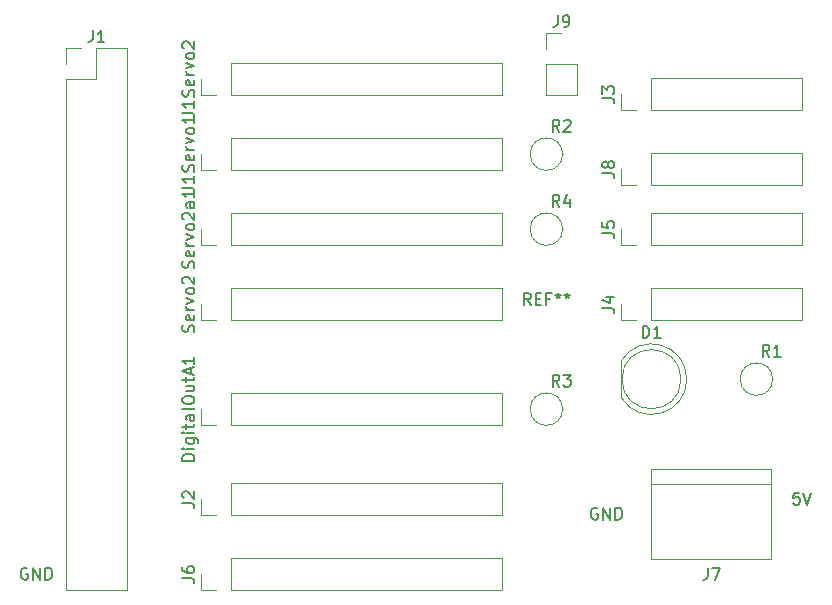
<source format=gbr>
G04 #@! TF.GenerationSoftware,KiCad,Pcbnew,(5.1.2-1)-1*
G04 #@! TF.CreationDate,2019-07-04T15:27:09+10:00*
G04 #@! TF.ProjectId,pcb_combined,7063625f-636f-46d6-9269-6e65642e6b69,rev?*
G04 #@! TF.SameCoordinates,Original*
G04 #@! TF.FileFunction,Legend,Top*
G04 #@! TF.FilePolarity,Positive*
%FSLAX46Y46*%
G04 Gerber Fmt 4.6, Leading zero omitted, Abs format (unit mm)*
G04 Created by KiCad (PCBNEW (5.1.2-1)-1) date 2019-07-04 15:27:09*
%MOMM*%
%LPD*%
G04 APERTURE LIST*
%ADD10C,0.150000*%
%ADD11C,0.120000*%
G04 APERTURE END LIST*
D10*
X88138095Y-70620000D02*
X88042857Y-70572380D01*
X87900000Y-70572380D01*
X87757142Y-70620000D01*
X87661904Y-70715238D01*
X87614285Y-70810476D01*
X87566666Y-71000952D01*
X87566666Y-71143809D01*
X87614285Y-71334285D01*
X87661904Y-71429523D01*
X87757142Y-71524761D01*
X87900000Y-71572380D01*
X87995238Y-71572380D01*
X88138095Y-71524761D01*
X88185714Y-71477142D01*
X88185714Y-71143809D01*
X87995238Y-71143809D01*
X88614285Y-71572380D02*
X88614285Y-70572380D01*
X89185714Y-71572380D01*
X89185714Y-70572380D01*
X89661904Y-71572380D02*
X89661904Y-70572380D01*
X89900000Y-70572380D01*
X90042857Y-70620000D01*
X90138095Y-70715238D01*
X90185714Y-70810476D01*
X90233333Y-71000952D01*
X90233333Y-71143809D01*
X90185714Y-71334285D01*
X90138095Y-71429523D01*
X90042857Y-71524761D01*
X89900000Y-71572380D01*
X89661904Y-71572380D01*
X39878095Y-75700000D02*
X39782857Y-75652380D01*
X39640000Y-75652380D01*
X39497142Y-75700000D01*
X39401904Y-75795238D01*
X39354285Y-75890476D01*
X39306666Y-76080952D01*
X39306666Y-76223809D01*
X39354285Y-76414285D01*
X39401904Y-76509523D01*
X39497142Y-76604761D01*
X39640000Y-76652380D01*
X39735238Y-76652380D01*
X39878095Y-76604761D01*
X39925714Y-76557142D01*
X39925714Y-76223809D01*
X39735238Y-76223809D01*
X40354285Y-76652380D02*
X40354285Y-75652380D01*
X40925714Y-76652380D01*
X40925714Y-75652380D01*
X41401904Y-76652380D02*
X41401904Y-75652380D01*
X41640000Y-75652380D01*
X41782857Y-75700000D01*
X41878095Y-75795238D01*
X41925714Y-75890476D01*
X41973333Y-76080952D01*
X41973333Y-76223809D01*
X41925714Y-76414285D01*
X41878095Y-76509523D01*
X41782857Y-76604761D01*
X41640000Y-76652380D01*
X41401904Y-76652380D01*
X105219523Y-69302380D02*
X104743333Y-69302380D01*
X104695714Y-69778571D01*
X104743333Y-69730952D01*
X104838571Y-69683333D01*
X105076666Y-69683333D01*
X105171904Y-69730952D01*
X105219523Y-69778571D01*
X105267142Y-69873809D01*
X105267142Y-70111904D01*
X105219523Y-70207142D01*
X105171904Y-70254761D01*
X105076666Y-70302380D01*
X104838571Y-70302380D01*
X104743333Y-70254761D01*
X104695714Y-70207142D01*
X105552857Y-69302380D02*
X105886190Y-70302380D01*
X106219523Y-69302380D01*
D11*
X83760000Y-30420000D02*
X85090000Y-30420000D01*
X83760000Y-31750000D02*
X83760000Y-30420000D01*
X83760000Y-33020000D02*
X86420000Y-33020000D01*
X86420000Y-33020000D02*
X86420000Y-35620000D01*
X83760000Y-33020000D02*
X83760000Y-35620000D01*
X83760000Y-35620000D02*
X86420000Y-35620000D01*
X85190000Y-46990000D02*
X85260000Y-46990000D01*
X85190000Y-46990000D02*
G75*
G03X85190000Y-46990000I-1370000J0D01*
G01*
X85190000Y-62230000D02*
X85260000Y-62230000D01*
X85190000Y-62230000D02*
G75*
G03X85190000Y-62230000I-1370000J0D01*
G01*
X85190000Y-40640000D02*
X85260000Y-40640000D01*
X85190000Y-40640000D02*
G75*
G03X85190000Y-40640000I-1370000J0D01*
G01*
X90110000Y-48320000D02*
X90110000Y-46990000D01*
X91440000Y-48320000D02*
X90110000Y-48320000D01*
X92710000Y-48320000D02*
X92710000Y-45660000D01*
X92710000Y-45660000D02*
X105470000Y-45660000D01*
X92710000Y-48320000D02*
X105470000Y-48320000D01*
X105470000Y-48320000D02*
X105470000Y-45660000D01*
X90110000Y-54670000D02*
X90110000Y-53340000D01*
X91440000Y-54670000D02*
X90110000Y-54670000D01*
X92710000Y-54670000D02*
X92710000Y-52010000D01*
X92710000Y-52010000D02*
X105470000Y-52010000D01*
X92710000Y-54670000D02*
X105470000Y-54670000D01*
X105470000Y-54670000D02*
X105470000Y-52010000D01*
X54550000Y-77530000D02*
X54550000Y-76200000D01*
X55880000Y-77530000D02*
X54550000Y-77530000D01*
X57150000Y-77530000D02*
X57150000Y-74870000D01*
X57150000Y-74870000D02*
X80070000Y-74870000D01*
X57150000Y-77530000D02*
X80070000Y-77530000D01*
X80070000Y-77530000D02*
X80070000Y-74870000D01*
X54550000Y-71180000D02*
X54550000Y-69850000D01*
X55880000Y-71180000D02*
X54550000Y-71180000D01*
X57150000Y-71180000D02*
X57150000Y-68520000D01*
X57150000Y-68520000D02*
X80070000Y-68520000D01*
X57150000Y-71180000D02*
X80070000Y-71180000D01*
X80070000Y-71180000D02*
X80070000Y-68520000D01*
X54550000Y-54670000D02*
X54550000Y-53340000D01*
X55880000Y-54670000D02*
X54550000Y-54670000D01*
X57150000Y-54670000D02*
X57150000Y-52010000D01*
X57150000Y-52010000D02*
X80070000Y-52010000D01*
X57150000Y-54670000D02*
X80070000Y-54670000D01*
X80070000Y-54670000D02*
X80070000Y-52010000D01*
X54550000Y-41970000D02*
X54550000Y-40640000D01*
X55880000Y-41970000D02*
X54550000Y-41970000D01*
X57150000Y-41970000D02*
X57150000Y-39310000D01*
X57150000Y-39310000D02*
X80070000Y-39310000D01*
X57150000Y-41970000D02*
X80070000Y-41970000D01*
X80070000Y-41970000D02*
X80070000Y-39310000D01*
X102870000Y-67310000D02*
X92710000Y-67310000D01*
X102870000Y-74930000D02*
X102870000Y-67310000D01*
X92710000Y-74930000D02*
X102870000Y-74930000D01*
X92710000Y-67310000D02*
X92710000Y-74930000D01*
X92710000Y-68580000D02*
X102870000Y-68580000D01*
X102970000Y-59690000D02*
X103040000Y-59690000D01*
X102970000Y-59690000D02*
G75*
G03X102970000Y-59690000I-1370000J0D01*
G01*
X90110000Y-43240000D02*
X90110000Y-41910000D01*
X91440000Y-43240000D02*
X90110000Y-43240000D01*
X92710000Y-43240000D02*
X92710000Y-40580000D01*
X92710000Y-40580000D02*
X105470000Y-40580000D01*
X92710000Y-43240000D02*
X105470000Y-43240000D01*
X105470000Y-43240000D02*
X105470000Y-40580000D01*
X90110000Y-36890000D02*
X90110000Y-35560000D01*
X91440000Y-36890000D02*
X90110000Y-36890000D01*
X92710000Y-36890000D02*
X92710000Y-34230000D01*
X92710000Y-34230000D02*
X105470000Y-34230000D01*
X92710000Y-36890000D02*
X105470000Y-36890000D01*
X105470000Y-36890000D02*
X105470000Y-34230000D01*
X54550000Y-48320000D02*
X54550000Y-46990000D01*
X55880000Y-48320000D02*
X54550000Y-48320000D01*
X57150000Y-48320000D02*
X57150000Y-45660000D01*
X57150000Y-45660000D02*
X80070000Y-45660000D01*
X57150000Y-48320000D02*
X80070000Y-48320000D01*
X80070000Y-48320000D02*
X80070000Y-45660000D01*
X54550000Y-63560000D02*
X54550000Y-62230000D01*
X55880000Y-63560000D02*
X54550000Y-63560000D01*
X57150000Y-63560000D02*
X57150000Y-60900000D01*
X57150000Y-60900000D02*
X80070000Y-60900000D01*
X57150000Y-63560000D02*
X80070000Y-63560000D01*
X80070000Y-63560000D02*
X80070000Y-60900000D01*
X43120000Y-31690000D02*
X44450000Y-31690000D01*
X43120000Y-33020000D02*
X43120000Y-31690000D01*
X45720000Y-31690000D02*
X48320000Y-31690000D01*
X45720000Y-34290000D02*
X45720000Y-31690000D01*
X43120000Y-34290000D02*
X45720000Y-34290000D01*
X48320000Y-31690000D02*
X48320000Y-77530000D01*
X43120000Y-34290000D02*
X43120000Y-77530000D01*
X43120000Y-77530000D02*
X48320000Y-77530000D01*
X54550000Y-35620000D02*
X54550000Y-34290000D01*
X55880000Y-35620000D02*
X54550000Y-35620000D01*
X57150000Y-35620000D02*
X57150000Y-32960000D01*
X57150000Y-32960000D02*
X80070000Y-32960000D01*
X57150000Y-35620000D02*
X80070000Y-35620000D01*
X80070000Y-35620000D02*
X80070000Y-32960000D01*
X90150000Y-58145000D02*
X90150000Y-61235000D01*
X95210000Y-59690000D02*
G75*
G03X95210000Y-59690000I-2500000J0D01*
G01*
X95700000Y-59689538D02*
G75*
G02X90150000Y-61234830I-2990000J-462D01*
G01*
X95700000Y-59690462D02*
G75*
G03X90150000Y-58145170I-2990000J462D01*
G01*
D10*
X82486666Y-53402380D02*
X82153333Y-52926190D01*
X81915238Y-53402380D02*
X81915238Y-52402380D01*
X82296190Y-52402380D01*
X82391428Y-52450000D01*
X82439047Y-52497619D01*
X82486666Y-52592857D01*
X82486666Y-52735714D01*
X82439047Y-52830952D01*
X82391428Y-52878571D01*
X82296190Y-52926190D01*
X81915238Y-52926190D01*
X82915238Y-52878571D02*
X83248571Y-52878571D01*
X83391428Y-53402380D02*
X82915238Y-53402380D01*
X82915238Y-52402380D01*
X83391428Y-52402380D01*
X84153333Y-52878571D02*
X83820000Y-52878571D01*
X83820000Y-53402380D02*
X83820000Y-52402380D01*
X84296190Y-52402380D01*
X84820000Y-52402380D02*
X84820000Y-52640476D01*
X84581904Y-52545238D02*
X84820000Y-52640476D01*
X85058095Y-52545238D01*
X84677142Y-52830952D02*
X84820000Y-52640476D01*
X84962857Y-52830952D01*
X85581904Y-52402380D02*
X85581904Y-52640476D01*
X85343809Y-52545238D02*
X85581904Y-52640476D01*
X85820000Y-52545238D01*
X85439047Y-52830952D02*
X85581904Y-52640476D01*
X85724761Y-52830952D01*
X84756666Y-28872380D02*
X84756666Y-29586666D01*
X84709047Y-29729523D01*
X84613809Y-29824761D01*
X84470952Y-29872380D01*
X84375714Y-29872380D01*
X85280476Y-29872380D02*
X85470952Y-29872380D01*
X85566190Y-29824761D01*
X85613809Y-29777142D01*
X85709047Y-29634285D01*
X85756666Y-29443809D01*
X85756666Y-29062857D01*
X85709047Y-28967619D01*
X85661428Y-28920000D01*
X85566190Y-28872380D01*
X85375714Y-28872380D01*
X85280476Y-28920000D01*
X85232857Y-28967619D01*
X85185238Y-29062857D01*
X85185238Y-29300952D01*
X85232857Y-29396190D01*
X85280476Y-29443809D01*
X85375714Y-29491428D01*
X85566190Y-29491428D01*
X85661428Y-29443809D01*
X85709047Y-29396190D01*
X85756666Y-29300952D01*
X84923333Y-45072380D02*
X84590000Y-44596190D01*
X84351904Y-45072380D02*
X84351904Y-44072380D01*
X84732857Y-44072380D01*
X84828095Y-44120000D01*
X84875714Y-44167619D01*
X84923333Y-44262857D01*
X84923333Y-44405714D01*
X84875714Y-44500952D01*
X84828095Y-44548571D01*
X84732857Y-44596190D01*
X84351904Y-44596190D01*
X85780476Y-44405714D02*
X85780476Y-45072380D01*
X85542380Y-44024761D02*
X85304285Y-44739047D01*
X85923333Y-44739047D01*
X84923333Y-60312380D02*
X84590000Y-59836190D01*
X84351904Y-60312380D02*
X84351904Y-59312380D01*
X84732857Y-59312380D01*
X84828095Y-59360000D01*
X84875714Y-59407619D01*
X84923333Y-59502857D01*
X84923333Y-59645714D01*
X84875714Y-59740952D01*
X84828095Y-59788571D01*
X84732857Y-59836190D01*
X84351904Y-59836190D01*
X85256666Y-59312380D02*
X85875714Y-59312380D01*
X85542380Y-59693333D01*
X85685238Y-59693333D01*
X85780476Y-59740952D01*
X85828095Y-59788571D01*
X85875714Y-59883809D01*
X85875714Y-60121904D01*
X85828095Y-60217142D01*
X85780476Y-60264761D01*
X85685238Y-60312380D01*
X85399523Y-60312380D01*
X85304285Y-60264761D01*
X85256666Y-60217142D01*
X84923333Y-38722380D02*
X84590000Y-38246190D01*
X84351904Y-38722380D02*
X84351904Y-37722380D01*
X84732857Y-37722380D01*
X84828095Y-37770000D01*
X84875714Y-37817619D01*
X84923333Y-37912857D01*
X84923333Y-38055714D01*
X84875714Y-38150952D01*
X84828095Y-38198571D01*
X84732857Y-38246190D01*
X84351904Y-38246190D01*
X85304285Y-37817619D02*
X85351904Y-37770000D01*
X85447142Y-37722380D01*
X85685238Y-37722380D01*
X85780476Y-37770000D01*
X85828095Y-37817619D01*
X85875714Y-37912857D01*
X85875714Y-38008095D01*
X85828095Y-38150952D01*
X85256666Y-38722380D01*
X85875714Y-38722380D01*
X88562380Y-47323333D02*
X89276666Y-47323333D01*
X89419523Y-47370952D01*
X89514761Y-47466190D01*
X89562380Y-47609047D01*
X89562380Y-47704285D01*
X88562380Y-46370952D02*
X88562380Y-46847142D01*
X89038571Y-46894761D01*
X88990952Y-46847142D01*
X88943333Y-46751904D01*
X88943333Y-46513809D01*
X88990952Y-46418571D01*
X89038571Y-46370952D01*
X89133809Y-46323333D01*
X89371904Y-46323333D01*
X89467142Y-46370952D01*
X89514761Y-46418571D01*
X89562380Y-46513809D01*
X89562380Y-46751904D01*
X89514761Y-46847142D01*
X89467142Y-46894761D01*
X88562380Y-53673333D02*
X89276666Y-53673333D01*
X89419523Y-53720952D01*
X89514761Y-53816190D01*
X89562380Y-53959047D01*
X89562380Y-54054285D01*
X88895714Y-52768571D02*
X89562380Y-52768571D01*
X88514761Y-53006666D02*
X89229047Y-53244761D01*
X89229047Y-52625714D01*
X53002380Y-76533333D02*
X53716666Y-76533333D01*
X53859523Y-76580952D01*
X53954761Y-76676190D01*
X54002380Y-76819047D01*
X54002380Y-76914285D01*
X53002380Y-75628571D02*
X53002380Y-75819047D01*
X53050000Y-75914285D01*
X53097619Y-75961904D01*
X53240476Y-76057142D01*
X53430952Y-76104761D01*
X53811904Y-76104761D01*
X53907142Y-76057142D01*
X53954761Y-76009523D01*
X54002380Y-75914285D01*
X54002380Y-75723809D01*
X53954761Y-75628571D01*
X53907142Y-75580952D01*
X53811904Y-75533333D01*
X53573809Y-75533333D01*
X53478571Y-75580952D01*
X53430952Y-75628571D01*
X53383333Y-75723809D01*
X53383333Y-75914285D01*
X53430952Y-76009523D01*
X53478571Y-76057142D01*
X53573809Y-76104761D01*
X53002380Y-70183333D02*
X53716666Y-70183333D01*
X53859523Y-70230952D01*
X53954761Y-70326190D01*
X54002380Y-70469047D01*
X54002380Y-70564285D01*
X53097619Y-69754761D02*
X53050000Y-69707142D01*
X53002380Y-69611904D01*
X53002380Y-69373809D01*
X53050000Y-69278571D01*
X53097619Y-69230952D01*
X53192857Y-69183333D01*
X53288095Y-69183333D01*
X53430952Y-69230952D01*
X54002380Y-69802380D01*
X54002380Y-69183333D01*
X53954761Y-55673333D02*
X54002380Y-55530476D01*
X54002380Y-55292380D01*
X53954761Y-55197142D01*
X53907142Y-55149523D01*
X53811904Y-55101904D01*
X53716666Y-55101904D01*
X53621428Y-55149523D01*
X53573809Y-55197142D01*
X53526190Y-55292380D01*
X53478571Y-55482857D01*
X53430952Y-55578095D01*
X53383333Y-55625714D01*
X53288095Y-55673333D01*
X53192857Y-55673333D01*
X53097619Y-55625714D01*
X53050000Y-55578095D01*
X53002380Y-55482857D01*
X53002380Y-55244761D01*
X53050000Y-55101904D01*
X53954761Y-54292380D02*
X54002380Y-54387619D01*
X54002380Y-54578095D01*
X53954761Y-54673333D01*
X53859523Y-54720952D01*
X53478571Y-54720952D01*
X53383333Y-54673333D01*
X53335714Y-54578095D01*
X53335714Y-54387619D01*
X53383333Y-54292380D01*
X53478571Y-54244761D01*
X53573809Y-54244761D01*
X53669047Y-54720952D01*
X54002380Y-53816190D02*
X53335714Y-53816190D01*
X53526190Y-53816190D02*
X53430952Y-53768571D01*
X53383333Y-53720952D01*
X53335714Y-53625714D01*
X53335714Y-53530476D01*
X53335714Y-53292380D02*
X54002380Y-53054285D01*
X53335714Y-52816190D01*
X54002380Y-52292380D02*
X53954761Y-52387619D01*
X53907142Y-52435238D01*
X53811904Y-52482857D01*
X53526190Y-52482857D01*
X53430952Y-52435238D01*
X53383333Y-52387619D01*
X53335714Y-52292380D01*
X53335714Y-52149523D01*
X53383333Y-52054285D01*
X53430952Y-52006666D01*
X53526190Y-51959047D01*
X53811904Y-51959047D01*
X53907142Y-52006666D01*
X53954761Y-52054285D01*
X54002380Y-52149523D01*
X54002380Y-52292380D01*
X53097619Y-51578095D02*
X53050000Y-51530476D01*
X53002380Y-51435238D01*
X53002380Y-51197142D01*
X53050000Y-51101904D01*
X53097619Y-51054285D01*
X53192857Y-51006666D01*
X53288095Y-51006666D01*
X53430952Y-51054285D01*
X54002380Y-51625714D01*
X54002380Y-51006666D01*
X53002380Y-43497142D02*
X53716666Y-43497142D01*
X53859523Y-43544761D01*
X53954761Y-43640000D01*
X54002380Y-43782857D01*
X54002380Y-43878095D01*
X54002380Y-42497142D02*
X54002380Y-43068571D01*
X54002380Y-42782857D02*
X53002380Y-42782857D01*
X53145238Y-42878095D01*
X53240476Y-42973333D01*
X53288095Y-43068571D01*
X53954761Y-42116190D02*
X54002380Y-41973333D01*
X54002380Y-41735238D01*
X53954761Y-41640000D01*
X53907142Y-41592380D01*
X53811904Y-41544761D01*
X53716666Y-41544761D01*
X53621428Y-41592380D01*
X53573809Y-41640000D01*
X53526190Y-41735238D01*
X53478571Y-41925714D01*
X53430952Y-42020952D01*
X53383333Y-42068571D01*
X53288095Y-42116190D01*
X53192857Y-42116190D01*
X53097619Y-42068571D01*
X53050000Y-42020952D01*
X53002380Y-41925714D01*
X53002380Y-41687619D01*
X53050000Y-41544761D01*
X53954761Y-40735238D02*
X54002380Y-40830476D01*
X54002380Y-41020952D01*
X53954761Y-41116190D01*
X53859523Y-41163809D01*
X53478571Y-41163809D01*
X53383333Y-41116190D01*
X53335714Y-41020952D01*
X53335714Y-40830476D01*
X53383333Y-40735238D01*
X53478571Y-40687619D01*
X53573809Y-40687619D01*
X53669047Y-41163809D01*
X54002380Y-40259047D02*
X53335714Y-40259047D01*
X53526190Y-40259047D02*
X53430952Y-40211428D01*
X53383333Y-40163809D01*
X53335714Y-40068571D01*
X53335714Y-39973333D01*
X53335714Y-39735238D02*
X54002380Y-39497142D01*
X53335714Y-39259047D01*
X54002380Y-38735238D02*
X53954761Y-38830476D01*
X53907142Y-38878095D01*
X53811904Y-38925714D01*
X53526190Y-38925714D01*
X53430952Y-38878095D01*
X53383333Y-38830476D01*
X53335714Y-38735238D01*
X53335714Y-38592380D01*
X53383333Y-38497142D01*
X53430952Y-38449523D01*
X53526190Y-38401904D01*
X53811904Y-38401904D01*
X53907142Y-38449523D01*
X53954761Y-38497142D01*
X54002380Y-38592380D01*
X54002380Y-38735238D01*
X54002380Y-37449523D02*
X54002380Y-38020952D01*
X54002380Y-37735238D02*
X53002380Y-37735238D01*
X53145238Y-37830476D01*
X53240476Y-37925714D01*
X53288095Y-38020952D01*
X97456666Y-75652380D02*
X97456666Y-76366666D01*
X97409047Y-76509523D01*
X97313809Y-76604761D01*
X97170952Y-76652380D01*
X97075714Y-76652380D01*
X97837619Y-75652380D02*
X98504285Y-75652380D01*
X98075714Y-76652380D01*
X102703333Y-57772380D02*
X102370000Y-57296190D01*
X102131904Y-57772380D02*
X102131904Y-56772380D01*
X102512857Y-56772380D01*
X102608095Y-56820000D01*
X102655714Y-56867619D01*
X102703333Y-56962857D01*
X102703333Y-57105714D01*
X102655714Y-57200952D01*
X102608095Y-57248571D01*
X102512857Y-57296190D01*
X102131904Y-57296190D01*
X103655714Y-57772380D02*
X103084285Y-57772380D01*
X103370000Y-57772380D02*
X103370000Y-56772380D01*
X103274761Y-56915238D01*
X103179523Y-57010476D01*
X103084285Y-57058095D01*
X88562380Y-42243333D02*
X89276666Y-42243333D01*
X89419523Y-42290952D01*
X89514761Y-42386190D01*
X89562380Y-42529047D01*
X89562380Y-42624285D01*
X88990952Y-41624285D02*
X88943333Y-41719523D01*
X88895714Y-41767142D01*
X88800476Y-41814761D01*
X88752857Y-41814761D01*
X88657619Y-41767142D01*
X88610000Y-41719523D01*
X88562380Y-41624285D01*
X88562380Y-41433809D01*
X88610000Y-41338571D01*
X88657619Y-41290952D01*
X88752857Y-41243333D01*
X88800476Y-41243333D01*
X88895714Y-41290952D01*
X88943333Y-41338571D01*
X88990952Y-41433809D01*
X88990952Y-41624285D01*
X89038571Y-41719523D01*
X89086190Y-41767142D01*
X89181428Y-41814761D01*
X89371904Y-41814761D01*
X89467142Y-41767142D01*
X89514761Y-41719523D01*
X89562380Y-41624285D01*
X89562380Y-41433809D01*
X89514761Y-41338571D01*
X89467142Y-41290952D01*
X89371904Y-41243333D01*
X89181428Y-41243333D01*
X89086190Y-41290952D01*
X89038571Y-41338571D01*
X88990952Y-41433809D01*
X88562380Y-35893333D02*
X89276666Y-35893333D01*
X89419523Y-35940952D01*
X89514761Y-36036190D01*
X89562380Y-36179047D01*
X89562380Y-36274285D01*
X88562380Y-35512380D02*
X88562380Y-34893333D01*
X88943333Y-35226666D01*
X88943333Y-35083809D01*
X88990952Y-34988571D01*
X89038571Y-34940952D01*
X89133809Y-34893333D01*
X89371904Y-34893333D01*
X89467142Y-34940952D01*
X89514761Y-34988571D01*
X89562380Y-35083809D01*
X89562380Y-35369523D01*
X89514761Y-35464761D01*
X89467142Y-35512380D01*
X53954761Y-50251904D02*
X54002380Y-50109047D01*
X54002380Y-49870952D01*
X53954761Y-49775714D01*
X53907142Y-49728095D01*
X53811904Y-49680476D01*
X53716666Y-49680476D01*
X53621428Y-49728095D01*
X53573809Y-49775714D01*
X53526190Y-49870952D01*
X53478571Y-50061428D01*
X53430952Y-50156666D01*
X53383333Y-50204285D01*
X53288095Y-50251904D01*
X53192857Y-50251904D01*
X53097619Y-50204285D01*
X53050000Y-50156666D01*
X53002380Y-50061428D01*
X53002380Y-49823333D01*
X53050000Y-49680476D01*
X53954761Y-48870952D02*
X54002380Y-48966190D01*
X54002380Y-49156666D01*
X53954761Y-49251904D01*
X53859523Y-49299523D01*
X53478571Y-49299523D01*
X53383333Y-49251904D01*
X53335714Y-49156666D01*
X53335714Y-48966190D01*
X53383333Y-48870952D01*
X53478571Y-48823333D01*
X53573809Y-48823333D01*
X53669047Y-49299523D01*
X54002380Y-48394761D02*
X53335714Y-48394761D01*
X53526190Y-48394761D02*
X53430952Y-48347142D01*
X53383333Y-48299523D01*
X53335714Y-48204285D01*
X53335714Y-48109047D01*
X53335714Y-47870952D02*
X54002380Y-47632857D01*
X53335714Y-47394761D01*
X54002380Y-46870952D02*
X53954761Y-46966190D01*
X53907142Y-47013809D01*
X53811904Y-47061428D01*
X53526190Y-47061428D01*
X53430952Y-47013809D01*
X53383333Y-46966190D01*
X53335714Y-46870952D01*
X53335714Y-46728095D01*
X53383333Y-46632857D01*
X53430952Y-46585238D01*
X53526190Y-46537619D01*
X53811904Y-46537619D01*
X53907142Y-46585238D01*
X53954761Y-46632857D01*
X54002380Y-46728095D01*
X54002380Y-46870952D01*
X53097619Y-46156666D02*
X53050000Y-46109047D01*
X53002380Y-46013809D01*
X53002380Y-45775714D01*
X53050000Y-45680476D01*
X53097619Y-45632857D01*
X53192857Y-45585238D01*
X53288095Y-45585238D01*
X53430952Y-45632857D01*
X54002380Y-46204285D01*
X54002380Y-45585238D01*
X54002380Y-44728095D02*
X53478571Y-44728095D01*
X53383333Y-44775714D01*
X53335714Y-44870952D01*
X53335714Y-45061428D01*
X53383333Y-45156666D01*
X53954761Y-44728095D02*
X54002380Y-44823333D01*
X54002380Y-45061428D01*
X53954761Y-45156666D01*
X53859523Y-45204285D01*
X53764285Y-45204285D01*
X53669047Y-45156666D01*
X53621428Y-45061428D01*
X53621428Y-44823333D01*
X53573809Y-44728095D01*
X54002380Y-43728095D02*
X54002380Y-44299523D01*
X54002380Y-44013809D02*
X53002380Y-44013809D01*
X53145238Y-44109047D01*
X53240476Y-44204285D01*
X53288095Y-44299523D01*
X54002380Y-66587142D02*
X53002380Y-66587142D01*
X53002380Y-66349047D01*
X53050000Y-66206190D01*
X53145238Y-66110952D01*
X53240476Y-66063333D01*
X53430952Y-66015714D01*
X53573809Y-66015714D01*
X53764285Y-66063333D01*
X53859523Y-66110952D01*
X53954761Y-66206190D01*
X54002380Y-66349047D01*
X54002380Y-66587142D01*
X54002380Y-65587142D02*
X53335714Y-65587142D01*
X53002380Y-65587142D02*
X53050000Y-65634761D01*
X53097619Y-65587142D01*
X53050000Y-65539523D01*
X53002380Y-65587142D01*
X53097619Y-65587142D01*
X53335714Y-64682380D02*
X54145238Y-64682380D01*
X54240476Y-64730000D01*
X54288095Y-64777619D01*
X54335714Y-64872857D01*
X54335714Y-65015714D01*
X54288095Y-65110952D01*
X53954761Y-64682380D02*
X54002380Y-64777619D01*
X54002380Y-64968095D01*
X53954761Y-65063333D01*
X53907142Y-65110952D01*
X53811904Y-65158571D01*
X53526190Y-65158571D01*
X53430952Y-65110952D01*
X53383333Y-65063333D01*
X53335714Y-64968095D01*
X53335714Y-64777619D01*
X53383333Y-64682380D01*
X54002380Y-64206190D02*
X53335714Y-64206190D01*
X53002380Y-64206190D02*
X53050000Y-64253809D01*
X53097619Y-64206190D01*
X53050000Y-64158571D01*
X53002380Y-64206190D01*
X53097619Y-64206190D01*
X53335714Y-63872857D02*
X53335714Y-63491904D01*
X53002380Y-63730000D02*
X53859523Y-63730000D01*
X53954761Y-63682380D01*
X54002380Y-63587142D01*
X54002380Y-63491904D01*
X54002380Y-62730000D02*
X53478571Y-62730000D01*
X53383333Y-62777619D01*
X53335714Y-62872857D01*
X53335714Y-63063333D01*
X53383333Y-63158571D01*
X53954761Y-62730000D02*
X54002380Y-62825238D01*
X54002380Y-63063333D01*
X53954761Y-63158571D01*
X53859523Y-63206190D01*
X53764285Y-63206190D01*
X53669047Y-63158571D01*
X53621428Y-63063333D01*
X53621428Y-62825238D01*
X53573809Y-62730000D01*
X54002380Y-62110952D02*
X53954761Y-62206190D01*
X53859523Y-62253809D01*
X53002380Y-62253809D01*
X53002380Y-61539523D02*
X53002380Y-61349047D01*
X53050000Y-61253809D01*
X53145238Y-61158571D01*
X53335714Y-61110952D01*
X53669047Y-61110952D01*
X53859523Y-61158571D01*
X53954761Y-61253809D01*
X54002380Y-61349047D01*
X54002380Y-61539523D01*
X53954761Y-61634761D01*
X53859523Y-61730000D01*
X53669047Y-61777619D01*
X53335714Y-61777619D01*
X53145238Y-61730000D01*
X53050000Y-61634761D01*
X53002380Y-61539523D01*
X53335714Y-60253809D02*
X54002380Y-60253809D01*
X53335714Y-60682380D02*
X53859523Y-60682380D01*
X53954761Y-60634761D01*
X54002380Y-60539523D01*
X54002380Y-60396666D01*
X53954761Y-60301428D01*
X53907142Y-60253809D01*
X53335714Y-59920476D02*
X53335714Y-59539523D01*
X53002380Y-59777619D02*
X53859523Y-59777619D01*
X53954761Y-59730000D01*
X54002380Y-59634761D01*
X54002380Y-59539523D01*
X53716666Y-59253809D02*
X53716666Y-58777619D01*
X54002380Y-59349047D02*
X53002380Y-59015714D01*
X54002380Y-58682380D01*
X54002380Y-57825238D02*
X54002380Y-58396666D01*
X54002380Y-58110952D02*
X53002380Y-58110952D01*
X53145238Y-58206190D01*
X53240476Y-58301428D01*
X53288095Y-58396666D01*
X45386666Y-30142380D02*
X45386666Y-30856666D01*
X45339047Y-30999523D01*
X45243809Y-31094761D01*
X45100952Y-31142380D01*
X45005714Y-31142380D01*
X46386666Y-31142380D02*
X45815238Y-31142380D01*
X46100952Y-31142380D02*
X46100952Y-30142380D01*
X46005714Y-30285238D01*
X45910476Y-30380476D01*
X45815238Y-30428095D01*
X53002380Y-37147142D02*
X53716666Y-37147142D01*
X53859523Y-37194761D01*
X53954761Y-37290000D01*
X54002380Y-37432857D01*
X54002380Y-37528095D01*
X54002380Y-36147142D02*
X54002380Y-36718571D01*
X54002380Y-36432857D02*
X53002380Y-36432857D01*
X53145238Y-36528095D01*
X53240476Y-36623333D01*
X53288095Y-36718571D01*
X53954761Y-35766190D02*
X54002380Y-35623333D01*
X54002380Y-35385238D01*
X53954761Y-35290000D01*
X53907142Y-35242380D01*
X53811904Y-35194761D01*
X53716666Y-35194761D01*
X53621428Y-35242380D01*
X53573809Y-35290000D01*
X53526190Y-35385238D01*
X53478571Y-35575714D01*
X53430952Y-35670952D01*
X53383333Y-35718571D01*
X53288095Y-35766190D01*
X53192857Y-35766190D01*
X53097619Y-35718571D01*
X53050000Y-35670952D01*
X53002380Y-35575714D01*
X53002380Y-35337619D01*
X53050000Y-35194761D01*
X53954761Y-34385238D02*
X54002380Y-34480476D01*
X54002380Y-34670952D01*
X53954761Y-34766190D01*
X53859523Y-34813809D01*
X53478571Y-34813809D01*
X53383333Y-34766190D01*
X53335714Y-34670952D01*
X53335714Y-34480476D01*
X53383333Y-34385238D01*
X53478571Y-34337619D01*
X53573809Y-34337619D01*
X53669047Y-34813809D01*
X54002380Y-33909047D02*
X53335714Y-33909047D01*
X53526190Y-33909047D02*
X53430952Y-33861428D01*
X53383333Y-33813809D01*
X53335714Y-33718571D01*
X53335714Y-33623333D01*
X53335714Y-33385238D02*
X54002380Y-33147142D01*
X53335714Y-32909047D01*
X54002380Y-32385238D02*
X53954761Y-32480476D01*
X53907142Y-32528095D01*
X53811904Y-32575714D01*
X53526190Y-32575714D01*
X53430952Y-32528095D01*
X53383333Y-32480476D01*
X53335714Y-32385238D01*
X53335714Y-32242380D01*
X53383333Y-32147142D01*
X53430952Y-32099523D01*
X53526190Y-32051904D01*
X53811904Y-32051904D01*
X53907142Y-32099523D01*
X53954761Y-32147142D01*
X54002380Y-32242380D01*
X54002380Y-32385238D01*
X53097619Y-31670952D02*
X53050000Y-31623333D01*
X53002380Y-31528095D01*
X53002380Y-31290000D01*
X53050000Y-31194761D01*
X53097619Y-31147142D01*
X53192857Y-31099523D01*
X53288095Y-31099523D01*
X53430952Y-31147142D01*
X54002380Y-31718571D01*
X54002380Y-31099523D01*
X91971904Y-56182380D02*
X91971904Y-55182380D01*
X92210000Y-55182380D01*
X92352857Y-55230000D01*
X92448095Y-55325238D01*
X92495714Y-55420476D01*
X92543333Y-55610952D01*
X92543333Y-55753809D01*
X92495714Y-55944285D01*
X92448095Y-56039523D01*
X92352857Y-56134761D01*
X92210000Y-56182380D01*
X91971904Y-56182380D01*
X93495714Y-56182380D02*
X92924285Y-56182380D01*
X93210000Y-56182380D02*
X93210000Y-55182380D01*
X93114761Y-55325238D01*
X93019523Y-55420476D01*
X92924285Y-55468095D01*
M02*

</source>
